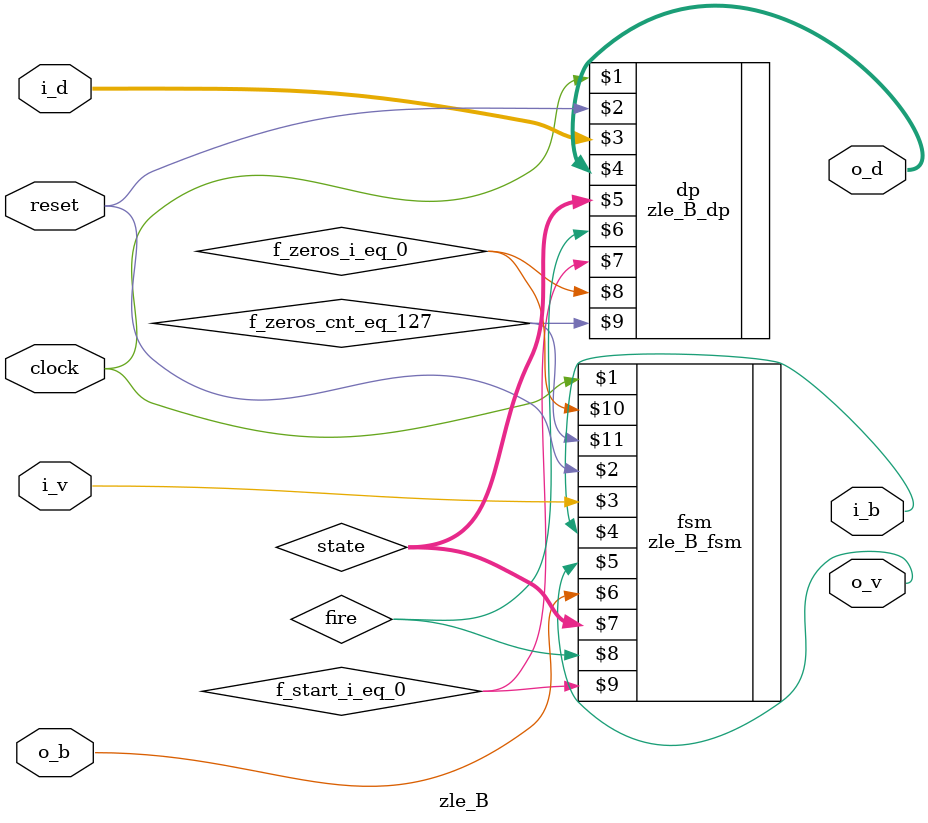
<source format=v>

`include "zle_B_fsm.v"
`include "zle_B_dp.v"

module zle_B (clock, reset,  i_d, i_v, i_b,  o_d, o_v, o_b);
   
   input  clock, reset;
   input  [6:0] i_d;	input  i_v;	output i_b;	// - input  stream i
   output [7:0] o_d;	output o_v;	input  o_b;	// - output stream o

   wire   [1:0]	state;				// - state to datapath
   wire         fire;				// - fire  to datapath
   wire 	f_start_i_eq_0,
		f_zeros_i_eq_0,
		f_zeros_cnt_eq_127;		// - flags from datapath
   
   zle_B_fsm fsm (clock, reset,  i_v, i_b,  o_v, o_b,  state, fire,
		  f_start_i_eq_0, f_zeros_i_eq_0, f_zeros_cnt_eq_127);
   
   zle_B_dp  dp  (clock, reset, i_d, o_d, state, fire,
		  f_start_i_eq_0, f_zeros_i_eq_0, f_zeros_cnt_eq_127);

endmodule // zle_B

</source>
